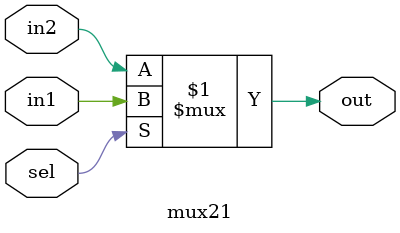
<source format=v>
`timescale 1ns / 1ps


module mux21(
    input in1,
    input in2,
    input sel,
    output out
    );
    
    assign out = sel ? in1 : in2;
endmodule

</source>
